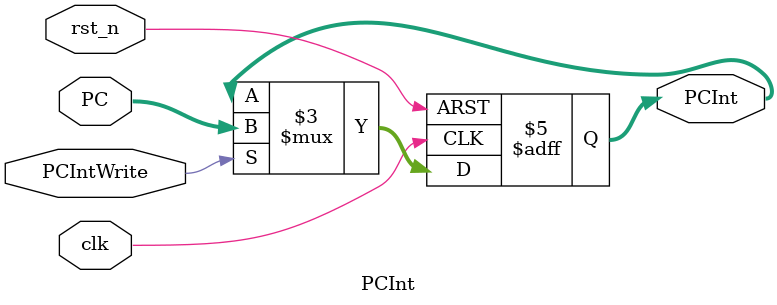
<source format=v>
`timescale 1ns / 1ps


module PCInt(
    input clk,
    input rst_n,
    input PCIntWrite,
    input [31:0] PC,
    output reg [31:0] PCInt
    );

always @(posedge clk or negedge rst_n)
begin
    if (~rst_n)
        PCInt <= 32'h00000000;
    else begin if (PCIntWrite)
        PCInt <= PC;
    end
end
endmodule

</source>
